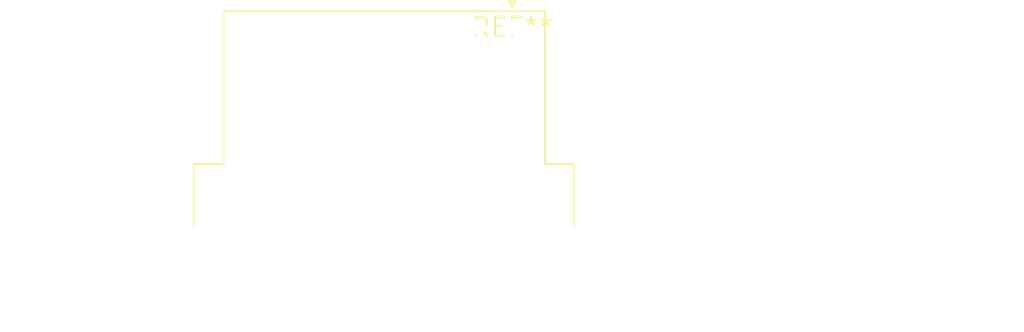
<source format=kicad_pcb>
(kicad_pcb (version 20240108) (generator pcbnew)
  (layers (0 "F.Cu" signal) (31 "B.Cu" signal) (34 "B.Paste" user) (35 "F.Paste" user) (36 "B.SilkS" user "B.Silkscreen") (37 "F.SilkS" user "F.Silkscreen") (38 "B.Mask" user) (39 "F.Mask" user) (44 "Edge.Cuts" user))
  (net 0 "")
  (footprint "DSUB-26-HD_Female_Horizontal_P2.29x1.98mm_EdgePinOffset9.40mm" (layer "F.Cu") (at 0 0)
    (property "Reference" "REF**")
    (property "Value" "DSUB-26-HD_Female_Horizontal_P2.29x1.98mm_EdgePinOffset9.40mm")
    (fp_line (start -21.385 9.2) (end -19.38 9.2) (layer "F.SilkS") (stroke (width 0.12)))
    (fp_line (start -21.385 13.3) (end -21.385 9.2) (layer "F.SilkS") (stroke (width 0.12)))
    (fp_line (start -19.38 -1.06) (end 2.205 -1.06) (layer "F.SilkS") (stroke (width 0.12)))
    (fp_line (start -19.38 9.2) (end -19.38 -1.06) (layer "F.SilkS") (stroke (width 0.12)))
    (fp_line (start -0.25 -1.754338) (end 0.25 -1.754338) (layer "F.SilkS") (stroke (width 0.12)))
    (fp_line (start 0 -1.321325) (end -0.25 -1.754338) (layer "F.SilkS") (stroke (width 0.12)))
    (fp_line (start 0.25 -1.754338) (end 0 -1.321325) (layer "F.SilkS") (stroke (width 0.12)))
    (fp_line (start 2.205 -1.06) (end 2.205 9.2) (layer "F.SilkS") (stroke (width 0.12)))
    (fp_line (start 2.205 9.2) (end 4.135 9.2) (layer "F.SilkS") (stroke (width 0.12)))
    (fp_line (start 4.135 9.2) (end 4.135 13.3) (layer "F.SilkS") (stroke (width 0.12)))
    (pad "1" thru_hole rect (at 0 0) (size 1.6 1.6) (drill 1) (layers *.Cu *.Mask) (remove_unused_layers))
    (pad "2" thru_hole circle (at -2.29 0) (size 1.6 1.6) (drill 1) (layers *.Cu *.Mask) (remove_unused_layers))
    (pad "3" thru_hole circle (at -4.58 0) (size 1.6 1.6) (drill 1) (layers *.Cu *.Mask) (remove_unused_layers))
    (pad "4" thru_hole circle (at -6.87 0) (size 1.6 1.6) (drill 1) (layers *.Cu *.Mask) (remove_unused_layers))
    (pad "5" thru_hole circle (at -9.16 0) (size 1.6 1.6) (drill 1) (layers *.Cu *.Mask) (remove_unused_layers))
    (pad "6" thru_hole circle (at -11.45 0) (size 1.6 1.6) (drill 1) (layers *.Cu *.Mask) (remove_unused_layers))
    (pad "7" thru_hole circle (at -13.74 0) (size 1.6 1.6) (drill 1) (layers *.Cu *.Mask) (remove_unused_layers))
    (pad "8" thru_hole circle (at -16.03 0) (size 1.6 1.6) (drill 1) (layers *.Cu *.Mask) (remove_unused_layers))
    (pad "9" thru_hole circle (at -18.32 0) (size 1.6 1.6) (drill 1) (layers *.Cu *.Mask) (remove_unused_layers))
    (pad "10" thru_hole circle (at 1.145 1.98) (size 1.6 1.6) (drill 1) (layers *.Cu *.Mask) (remove_unused_layers))
    (pad "11" thru_hole circle (at -1.145 1.98) (size 1.6 1.6) (drill 1) (layers *.Cu *.Mask) (remove_unused_layers))
    (pad "12" thru_hole circle (at -3.435 1.98) (size 1.6 1.6) (drill 1) (layers *.Cu *.Mask) (remove_unused_layers))
    (pad "13" thru_hole circle (at -5.725 1.98) (size 1.6 1.6) (drill 1) (layers *.Cu *.Mask) (remove_unused_layers))
    (pad "14" thru_hole circle (at -8.015 1.98) (size 1.6 1.6) (drill 1) (layers *.Cu *.Mask) (remove_unused_layers))
    (pad "15" thru_hole circle (at -10.305 1.98) (size 1.6 1.6) (drill 1) (layers *.Cu *.Mask) (remove_unused_layers))
    (pad "16" thru_hole circle (at -12.595 1.98) (size 1.6 1.6) (drill 1) (layers *.Cu *.Mask) (remove_unused_layers))
    (pad "17" thru_hole circle (at -14.885 1.98) (size 1.6 1.6) (drill 1) (layers *.Cu *.Mask) (remove_unused_layers))
    (pad "18" thru_hole circle (at -17.175 1.98) (size 1.6 1.6) (drill 1) (layers *.Cu *.Mask) (remove_unused_layers))
    (pad "19" thru_hole circle (at 0 3.96) (size 1.6 1.6) (drill 1) (layers *.Cu *.Mask) (remove_unused_layers))
    (pad "20" thru_hole circle (at -2.29 3.96) (size 1.6 1.6) (drill 1) (layers *.Cu *.Mask) (remove_unused_layers))
    (pad "21" thru_hole circle (at -4.58 3.96) (size 1.6 1.6) (drill 1) (layers *.Cu *.Mask) (remove_unused_layers))
    (pad "22" thru_hole circle (at -6.87 3.96) (size 1.6 1.6) (drill 1) (layers *.Cu *.Mask) (remove_unused_layers))
    (pad "23" thru_hole circle (at -9.16 3.96) (size 1.6 1.6) (drill 1) (layers *.Cu *.Mask) (remove_unused_layers))
    (pad "24" thru_hole circle (at -11.45 3.96) (size 1.6 1.6) (drill 1) (layers *.Cu *.Mask) (remove_unused_layers))
    (pad "25" thru_hole circle (at -13.74 3.96) (size 1.6 1.6) (drill 1) (layers *.Cu *.Mask) (remove_unused_layers))
    (pad "26" thru_hole circle (at -16.03 3.96) (size 1.6 1.6) (drill 1) (layers *.Cu *.Mask) (remove_unused_layers))
  )
)
</source>
